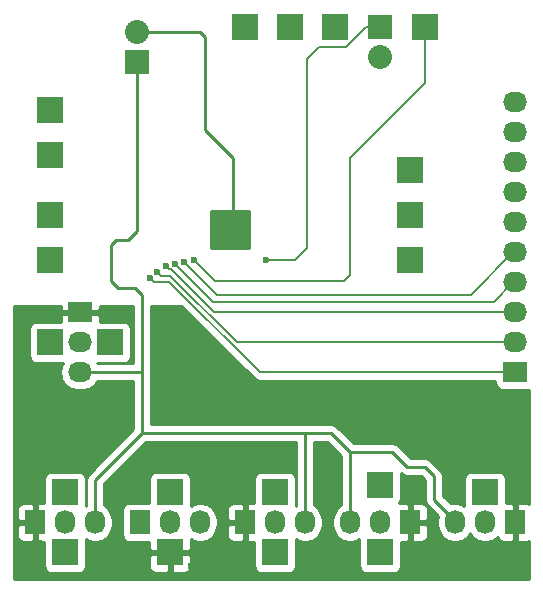
<source format=gbl>
G04 #@! TF.FileFunction,Copper,L2,Bot,Signal*
%FSLAX46Y46*%
G04 Gerber Fmt 4.6, Leading zero omitted, Abs format (unit mm)*
G04 Created by KiCad (PCBNEW 4.0.4+e1-6308~48~ubuntu16.04.1-stable) date Thu Nov  3 23:12:30 2016*
%MOMM*%
%LPD*%
G01*
G04 APERTURE LIST*
%ADD10C,0.100000*%
%ADD11R,2.032000X2.032000*%
%ADD12O,2.032000X2.032000*%
%ADD13R,2.032000X1.727200*%
%ADD14O,2.032000X1.727200*%
%ADD15R,2.235200X2.235200*%
%ADD16R,1.727200X2.032000*%
%ADD17O,1.727200X2.032000*%
%ADD18C,0.600000*%
%ADD19C,0.250000*%
%ADD20C,0.150000*%
%ADD21C,0.254000*%
G04 APERTURE END LIST*
D10*
D11*
X116586000Y-78486000D03*
D12*
X116586000Y-75946000D03*
D11*
X137160000Y-75565000D03*
D12*
X137160000Y-78105000D03*
D13*
X148590000Y-104775000D03*
D14*
X148590000Y-102235000D03*
X148590000Y-99695000D03*
X148590000Y-97155000D03*
X148590000Y-94615000D03*
X148590000Y-92075000D03*
X148590000Y-89535000D03*
X148590000Y-86995000D03*
X148590000Y-84455000D03*
X148590000Y-81915000D03*
D15*
X140970000Y-75565000D03*
X146050000Y-114935000D03*
D16*
X148590000Y-117475000D03*
D17*
X146050000Y-117475000D03*
X143510000Y-117475000D03*
D15*
X119380000Y-120015000D03*
D16*
X116840000Y-117475000D03*
D17*
X119380000Y-117475000D03*
X121920000Y-117475000D03*
D15*
X119380000Y-114935000D03*
X128270000Y-120015000D03*
X109220000Y-102235000D03*
D16*
X125730000Y-117475000D03*
D17*
X128270000Y-117475000D03*
X130810000Y-117475000D03*
D13*
X111760000Y-99695000D03*
D14*
X111760000Y-102235000D03*
X111760000Y-104775000D03*
D15*
X128270000Y-114935000D03*
X114300000Y-102235000D03*
X137160000Y-120015000D03*
X110490000Y-120015000D03*
D16*
X139700000Y-117475000D03*
D17*
X137160000Y-117475000D03*
X134620000Y-117475000D03*
D16*
X107950000Y-117475000D03*
D17*
X110490000Y-117475000D03*
X113030000Y-117475000D03*
D15*
X137160000Y-114300000D03*
X110490000Y-114935000D03*
X109220000Y-95250000D03*
X109220000Y-91440000D03*
X109220000Y-86360000D03*
X109220000Y-82550000D03*
X125730000Y-75565000D03*
X129540000Y-75565000D03*
X133350000Y-75565000D03*
X139700000Y-87630000D03*
X139700000Y-91440000D03*
X139700000Y-95250000D03*
D18*
X121412000Y-107188000D03*
X135890000Y-110236000D03*
X120800000Y-103200000D03*
X121200000Y-121200000D03*
X108400000Y-119200000D03*
X112000000Y-110400000D03*
X144600000Y-110300000D03*
X125342500Y-91847500D03*
X125342500Y-93572500D03*
X123617500Y-93572500D03*
X123617500Y-91847500D03*
X127508000Y-95250000D03*
X117719661Y-96780339D03*
X118250000Y-96250000D03*
X119000000Y-95750000D03*
X119800000Y-95600000D03*
X120600000Y-95400000D03*
X121412000Y-95250000D03*
D19*
X111760000Y-104775000D02*
X117025000Y-104775000D01*
X141732000Y-115544600D02*
X143510000Y-117322600D01*
X143510000Y-117322600D02*
X143510000Y-117475000D01*
X141732000Y-113538000D02*
X141732000Y-115544600D01*
X140970000Y-112776000D02*
X141732000Y-113538000D01*
X139446000Y-112776000D02*
X140970000Y-112776000D01*
X138210000Y-111540000D02*
X139446000Y-112776000D01*
X134620000Y-111540000D02*
X138210000Y-111540000D01*
X117025000Y-109875000D02*
X130775000Y-109875000D01*
X130775000Y-109875000D02*
X130810000Y-109910000D01*
X116586000Y-78486000D02*
X116586000Y-92814000D01*
X116586000Y-92814000D02*
X115800000Y-93600000D01*
X114400000Y-94000000D02*
X114400000Y-97000000D01*
X115800000Y-93600000D02*
X114800000Y-93600000D01*
X116400000Y-97600000D02*
X117025000Y-98225000D01*
X114800000Y-93600000D02*
X114400000Y-94000000D01*
X114400000Y-97000000D02*
X115000000Y-97600000D01*
X115000000Y-97600000D02*
X116400000Y-97600000D01*
X117025000Y-98225000D02*
X117025000Y-104775000D01*
X134620000Y-111540000D02*
X134620000Y-117475000D01*
X130810000Y-109910000D02*
X130810000Y-117475000D01*
X117025000Y-109875000D02*
X113030000Y-113870000D01*
X113030000Y-113870000D02*
X113030000Y-117475000D01*
X117025000Y-104775000D02*
X117025000Y-109875000D01*
X132990000Y-109910000D02*
X134620000Y-111540000D01*
X130810000Y-109910000D02*
X132990000Y-109910000D01*
X107950000Y-117475000D02*
X107950000Y-118750000D01*
X107950000Y-118750000D02*
X108400000Y-119200000D01*
X144600000Y-110300000D02*
X148590000Y-114290000D01*
X148590000Y-114290000D02*
X148590000Y-117475000D01*
X124752073Y-91347927D02*
X125251646Y-91847500D01*
X125251646Y-91847500D02*
X125342500Y-91847500D01*
X124752073Y-86626891D02*
X124752073Y-91347927D01*
X116586000Y-75946000D02*
X121946000Y-75946000D01*
X121946000Y-75946000D02*
X122349721Y-76349721D01*
X122349721Y-76349721D02*
X122349721Y-84224539D01*
X122349721Y-84224539D02*
X124752073Y-86626891D01*
D20*
X127508000Y-95250000D02*
X130000000Y-95250000D01*
X130000000Y-95250000D02*
X130993331Y-94256669D01*
X130993331Y-94256669D02*
X130993331Y-78266035D01*
X130993331Y-78266035D02*
X132013540Y-77245826D01*
X134309376Y-77245826D02*
X135990202Y-75565000D01*
X132013540Y-77245826D02*
X134309376Y-77245826D01*
X135990202Y-75565000D02*
X137160000Y-75565000D01*
X117719661Y-96780339D02*
X118019660Y-97080338D01*
X118019660Y-97080338D02*
X119280338Y-97080338D01*
X119280338Y-97080338D02*
X126975000Y-104775000D01*
X126975000Y-104775000D02*
X148590000Y-104775000D01*
X119400000Y-96600000D02*
X125035000Y-102235000D01*
X125035000Y-102235000D02*
X148590000Y-102235000D01*
X118600000Y-96600000D02*
X119400000Y-96600000D01*
X118250000Y-96250000D02*
X118600000Y-96600000D01*
X119449999Y-96049999D02*
X123095000Y-99695000D01*
X123095000Y-99695000D02*
X148590000Y-99695000D01*
X119000000Y-95750000D02*
X119299999Y-96049999D01*
X119299999Y-96049999D02*
X119449999Y-96049999D01*
X123000000Y-98800000D02*
X146792600Y-98800000D01*
X146792600Y-98800000D02*
X148437600Y-97155000D01*
X148437600Y-97155000D02*
X148590000Y-97155000D01*
X119800000Y-95600000D02*
X123000000Y-98800000D01*
X120600000Y-95400000D02*
X123400000Y-98200000D01*
X123400000Y-98200000D02*
X144852600Y-98200000D01*
X144852600Y-98200000D02*
X148437600Y-94615000D01*
X148437600Y-94615000D02*
X148590000Y-94615000D01*
X121412000Y-95250000D02*
X123154918Y-96992918D01*
X123154918Y-96992918D02*
X134132082Y-96992918D01*
X140970000Y-80280000D02*
X140970000Y-75565000D01*
X134132082Y-96992918D02*
X134600000Y-96525000D01*
X134600000Y-96525000D02*
X134600000Y-86650000D01*
X134600000Y-86650000D02*
X140970000Y-80280000D01*
D21*
X110109000Y-99127000D02*
X106210000Y-99127000D01*
X116265000Y-99127000D02*
X113411000Y-99127000D01*
X120322908Y-99127000D02*
X117785000Y-99127000D01*
X110109000Y-99330200D02*
X106210000Y-99330200D01*
X116265000Y-99330200D02*
X113411000Y-99330200D01*
X120526108Y-99330200D02*
X117785000Y-99330200D01*
X110233150Y-99533400D02*
X106210000Y-99533400D01*
X116265000Y-99533400D02*
X113286850Y-99533400D01*
X120729308Y-99533400D02*
X117785000Y-99533400D01*
X116265000Y-99736600D02*
X106210000Y-99736600D01*
X120932508Y-99736600D02*
X117785000Y-99736600D01*
X110149950Y-99939800D02*
X106210000Y-99939800D01*
X116265000Y-99939800D02*
X113370050Y-99939800D01*
X121135708Y-99939800D02*
X117785000Y-99939800D01*
X110109000Y-100143000D02*
X106210000Y-100143000D01*
X116265000Y-100143000D02*
X113411000Y-100143000D01*
X121338908Y-100143000D02*
X117785000Y-100143000D01*
X110109000Y-100346200D02*
X106210000Y-100346200D01*
X116265000Y-100346200D02*
X113411000Y-100346200D01*
X121542108Y-100346200D02*
X117785000Y-100346200D01*
X107812440Y-100549400D02*
X106210000Y-100549400D01*
X116265000Y-100549400D02*
X115711101Y-100549400D01*
X121745308Y-100549400D02*
X117785000Y-100549400D01*
X107583118Y-100752600D02*
X106210000Y-100752600D01*
X116265000Y-100752600D02*
X115937442Y-100752600D01*
X121948508Y-100752600D02*
X117785000Y-100752600D01*
X107487685Y-100955800D02*
X106210000Y-100955800D01*
X116265000Y-100955800D02*
X116034633Y-100955800D01*
X122151708Y-100955800D02*
X117785000Y-100955800D01*
X107454960Y-101159000D02*
X106210000Y-101159000D01*
X116265000Y-101159000D02*
X116065040Y-101159000D01*
X122354908Y-101159000D02*
X117785000Y-101159000D01*
X107454960Y-101362200D02*
X106210000Y-101362200D01*
X116265000Y-101362200D02*
X116065040Y-101362200D01*
X122558108Y-101362200D02*
X117785000Y-101362200D01*
X107454960Y-101565400D02*
X106210000Y-101565400D01*
X116265000Y-101565400D02*
X116065040Y-101565400D01*
X122761308Y-101565400D02*
X117785000Y-101565400D01*
X107454960Y-101768600D02*
X106210000Y-101768600D01*
X116265000Y-101768600D02*
X116065040Y-101768600D01*
X122964508Y-101768600D02*
X117785000Y-101768600D01*
X107454960Y-101971800D02*
X106210000Y-101971800D01*
X116265000Y-101971800D02*
X116065040Y-101971800D01*
X123167708Y-101971800D02*
X117785000Y-101971800D01*
X107454960Y-102175000D02*
X106210000Y-102175000D01*
X116265000Y-102175000D02*
X116065040Y-102175000D01*
X123370908Y-102175000D02*
X117785000Y-102175000D01*
X107454960Y-102378200D02*
X106210000Y-102378200D01*
X116265000Y-102378200D02*
X116065040Y-102378200D01*
X123574108Y-102378200D02*
X117785000Y-102378200D01*
X107454960Y-102581400D02*
X106210000Y-102581400D01*
X116265000Y-102581400D02*
X116065040Y-102581400D01*
X123777308Y-102581400D02*
X117785000Y-102581400D01*
X107454960Y-102784600D02*
X106210000Y-102784600D01*
X116265000Y-102784600D02*
X116065040Y-102784600D01*
X123980508Y-102784600D02*
X117785000Y-102784600D01*
X107454960Y-102987800D02*
X106210000Y-102987800D01*
X116265000Y-102987800D02*
X116065040Y-102987800D01*
X124183708Y-102987800D02*
X117785000Y-102987800D01*
X107454960Y-103191000D02*
X106210000Y-103191000D01*
X116265000Y-103191000D02*
X116065040Y-103191000D01*
X124386908Y-103191000D02*
X117785000Y-103191000D01*
X107462787Y-103394200D02*
X106210000Y-103394200D01*
X116265000Y-103394200D02*
X116056615Y-103394200D01*
X124590108Y-103394200D02*
X117785000Y-103394200D01*
X107505340Y-103597400D02*
X106210000Y-103597400D01*
X116265000Y-103597400D02*
X116015466Y-103597400D01*
X124793308Y-103597400D02*
X117785000Y-103597400D01*
X107636095Y-103800600D02*
X106210000Y-103800600D01*
X116265000Y-103800600D02*
X115880034Y-103800600D01*
X124996508Y-103800600D02*
X117785000Y-103800600D01*
X110322836Y-104003800D02*
X106210000Y-104003800D01*
X116265000Y-104003800D02*
X113197165Y-104003800D01*
X125199708Y-104003800D02*
X117785000Y-104003800D01*
X110189638Y-104207000D02*
X106210000Y-104207000D01*
X125402908Y-104207000D02*
X117785000Y-104207000D01*
X110149219Y-104410200D02*
X106210000Y-104410200D01*
X125606108Y-104410200D02*
X117785000Y-104410200D01*
X110108800Y-104613400D02*
X106210000Y-104613400D01*
X125809308Y-104613400D02*
X117785000Y-104613400D01*
X110084929Y-104816600D02*
X106210000Y-104816600D01*
X126012508Y-104816600D02*
X117785000Y-104816600D01*
X110125348Y-105019800D02*
X106210000Y-105019800D01*
X126215708Y-105019800D02*
X117785000Y-105019800D01*
X110165767Y-105223000D02*
X106210000Y-105223000D01*
X126418908Y-105223000D02*
X117785000Y-105223000D01*
X110242653Y-105426200D02*
X106210000Y-105426200D01*
X126696180Y-105426200D02*
X117785000Y-105426200D01*
X110378427Y-105629400D02*
X106210000Y-105629400D01*
X116265000Y-105629400D02*
X113141571Y-105629400D01*
X146926560Y-105629400D02*
X117785000Y-105629400D01*
X110514201Y-105832600D02*
X106210000Y-105832600D01*
X116265000Y-105832600D02*
X113005798Y-105832600D01*
X146963063Y-105832600D02*
X117785000Y-105832600D01*
X110816597Y-106035800D02*
X106210000Y-106035800D01*
X116265000Y-106035800D02*
X112703402Y-106035800D01*
X147075006Y-106035800D02*
X117785000Y-106035800D01*
X111401308Y-106239000D02*
X106210000Y-106239000D01*
X116265000Y-106239000D02*
X112118691Y-106239000D01*
X147341709Y-106239000D02*
X117785000Y-106239000D01*
X116265000Y-106442200D02*
X106210000Y-106442200D01*
X149790000Y-106442200D02*
X117785000Y-106442200D01*
X116265000Y-106645400D02*
X106210000Y-106645400D01*
X149790000Y-106645400D02*
X117785000Y-106645400D01*
X116265000Y-106848600D02*
X106210000Y-106848600D01*
X149790000Y-106848600D02*
X117785000Y-106848600D01*
X116265000Y-107051800D02*
X106210000Y-107051800D01*
X149790000Y-107051800D02*
X117785000Y-107051800D01*
X116265000Y-107255000D02*
X106210000Y-107255000D01*
X149790000Y-107255000D02*
X117785000Y-107255000D01*
X116265000Y-107458200D02*
X106210000Y-107458200D01*
X149790000Y-107458200D02*
X117785000Y-107458200D01*
X116265000Y-107661400D02*
X106210000Y-107661400D01*
X149790000Y-107661400D02*
X117785000Y-107661400D01*
X116265000Y-107864600D02*
X106210000Y-107864600D01*
X149790000Y-107864600D02*
X117785000Y-107864600D01*
X116265000Y-108067800D02*
X106210000Y-108067800D01*
X149790000Y-108067800D02*
X117785000Y-108067800D01*
X116265000Y-108271000D02*
X106210000Y-108271000D01*
X149790000Y-108271000D02*
X117785000Y-108271000D01*
X116265000Y-108474200D02*
X106210000Y-108474200D01*
X149790000Y-108474200D02*
X117785000Y-108474200D01*
X116265000Y-108677400D02*
X106210000Y-108677400D01*
X149790000Y-108677400D02*
X117785000Y-108677400D01*
X116265000Y-108880600D02*
X106210000Y-108880600D01*
X149790000Y-108880600D02*
X117785000Y-108880600D01*
X116265000Y-109083800D02*
X106210000Y-109083800D01*
X149790000Y-109083800D02*
X117785000Y-109083800D01*
X116265000Y-109287000D02*
X106210000Y-109287000D01*
X149790000Y-109287000D02*
X133399293Y-109287000D01*
X116265000Y-109490200D02*
X106210000Y-109490200D01*
X149790000Y-109490200D02*
X133645002Y-109490200D01*
X116131798Y-109693400D02*
X106210000Y-109693400D01*
X149790000Y-109693400D02*
X133848202Y-109693400D01*
X115928598Y-109896600D02*
X106210000Y-109896600D01*
X149790000Y-109896600D02*
X134051402Y-109896600D01*
X115725398Y-110099800D02*
X106210000Y-110099800D01*
X149790000Y-110099800D02*
X134254602Y-110099800D01*
X115522198Y-110303000D02*
X106210000Y-110303000D01*
X149790000Y-110303000D02*
X134457802Y-110303000D01*
X115318998Y-110506200D02*
X106210000Y-110506200D01*
X149790000Y-110506200D02*
X134661002Y-110506200D01*
X115115798Y-110709400D02*
X106210000Y-110709400D01*
X130050000Y-110709400D02*
X117265402Y-110709400D01*
X132714598Y-110709400D02*
X131570000Y-110709400D01*
X149790000Y-110709400D02*
X134864202Y-110709400D01*
X114912598Y-110912600D02*
X106210000Y-110912600D01*
X130050000Y-110912600D02*
X117062202Y-110912600D01*
X132917798Y-110912600D02*
X131570000Y-110912600D01*
X149790000Y-110912600D02*
X138612708Y-110912600D01*
X114709398Y-111115800D02*
X106210000Y-111115800D01*
X130050000Y-111115800D02*
X116859002Y-111115800D01*
X133120998Y-111115800D02*
X131570000Y-111115800D01*
X149790000Y-111115800D02*
X138860602Y-111115800D01*
X114506198Y-111319000D02*
X106210000Y-111319000D01*
X130050000Y-111319000D02*
X116655802Y-111319000D01*
X133324198Y-111319000D02*
X131570000Y-111319000D01*
X149790000Y-111319000D02*
X139063802Y-111319000D01*
X114302998Y-111522200D02*
X106210000Y-111522200D01*
X130050000Y-111522200D02*
X116452602Y-111522200D01*
X133527398Y-111522200D02*
X131570000Y-111522200D01*
X149790000Y-111522200D02*
X139267002Y-111522200D01*
X114099798Y-111725400D02*
X106210000Y-111725400D01*
X130050000Y-111725400D02*
X116249402Y-111725400D01*
X133730598Y-111725400D02*
X131570000Y-111725400D01*
X149790000Y-111725400D02*
X139470202Y-111725400D01*
X113896598Y-111928600D02*
X106210000Y-111928600D01*
X130050000Y-111928600D02*
X116046202Y-111928600D01*
X133860000Y-111928600D02*
X131570000Y-111928600D01*
X149790000Y-111928600D02*
X139673402Y-111928600D01*
X113693398Y-112131800D02*
X106210000Y-112131800D01*
X130050000Y-112131800D02*
X115843002Y-112131800D01*
X133860000Y-112131800D02*
X131570000Y-112131800D01*
X149790000Y-112131800D02*
X141347565Y-112131800D01*
X113490198Y-112335000D02*
X106210000Y-112335000D01*
X130050000Y-112335000D02*
X115639802Y-112335000D01*
X133860000Y-112335000D02*
X131570000Y-112335000D01*
X149790000Y-112335000D02*
X141603802Y-112335000D01*
X113286998Y-112538200D02*
X106210000Y-112538200D01*
X130050000Y-112538200D02*
X115436602Y-112538200D01*
X133860000Y-112538200D02*
X131570000Y-112538200D01*
X149790000Y-112538200D02*
X141807002Y-112538200D01*
X113083798Y-112741400D02*
X106210000Y-112741400D01*
X130050000Y-112741400D02*
X115233402Y-112741400D01*
X133860000Y-112741400D02*
X131570000Y-112741400D01*
X149790000Y-112741400D02*
X142010202Y-112741400D01*
X112880598Y-112944600D02*
X106210000Y-112944600D01*
X130050000Y-112944600D02*
X115030202Y-112944600D01*
X133860000Y-112944600D02*
X131570000Y-112944600D01*
X149790000Y-112944600D02*
X142213402Y-112944600D01*
X112677398Y-113147800D02*
X106210000Y-113147800D01*
X130050000Y-113147800D02*
X114827002Y-113147800D01*
X133860000Y-113147800D02*
X131570000Y-113147800D01*
X149790000Y-113147800D02*
X142367758Y-113147800D01*
X108924549Y-113351000D02*
X106210000Y-113351000D01*
X112480304Y-113351000D02*
X112049797Y-113351000D01*
X117814549Y-113351000D02*
X114623802Y-113351000D01*
X126704549Y-113351000D02*
X120939797Y-113351000D01*
X130050000Y-113351000D02*
X129829797Y-113351000D01*
X133860000Y-113351000D02*
X131570000Y-113351000D01*
X138964870Y-113351000D02*
X138925040Y-113351000D01*
X144484549Y-113351000D02*
X142454804Y-113351000D01*
X149790000Y-113351000D02*
X147609797Y-113351000D01*
X108783697Y-113554200D02*
X106210000Y-113554200D01*
X112344531Y-113554200D02*
X112192820Y-113554200D01*
X117673697Y-113554200D02*
X114420602Y-113554200D01*
X126563697Y-113554200D02*
X121082820Y-113554200D01*
X130050000Y-113554200D02*
X129972820Y-113554200D01*
X133860000Y-113554200D02*
X131570000Y-113554200D01*
X140673398Y-113554200D02*
X138925040Y-113554200D01*
X144343697Y-113554200D02*
X142492000Y-113554200D01*
X149790000Y-113554200D02*
X147752820Y-113554200D01*
X108737111Y-113757400D02*
X106210000Y-113757400D01*
X112292398Y-113757400D02*
X112243751Y-113757400D01*
X117627111Y-113757400D02*
X114217402Y-113757400D01*
X126517111Y-113757400D02*
X121133751Y-113757400D01*
X130050000Y-113757400D02*
X130023751Y-113757400D01*
X133860000Y-113757400D02*
X131570000Y-113757400D01*
X140876598Y-113757400D02*
X138925040Y-113757400D01*
X144297111Y-113757400D02*
X142492000Y-113757400D01*
X149790000Y-113757400D02*
X147803751Y-113757400D01*
X108724960Y-113960600D02*
X106210000Y-113960600D01*
X112270000Y-113960600D02*
X112255040Y-113960600D01*
X117614960Y-113960600D02*
X114014202Y-113960600D01*
X126504960Y-113960600D02*
X121145040Y-113960600D01*
X130050000Y-113960600D02*
X130035040Y-113960600D01*
X133860000Y-113960600D02*
X131570000Y-113960600D01*
X140972000Y-113960600D02*
X138925040Y-113960600D01*
X144284960Y-113960600D02*
X142492000Y-113960600D01*
X149790000Y-113960600D02*
X147815040Y-113960600D01*
X108724960Y-114163800D02*
X106210000Y-114163800D01*
X112270000Y-114163800D02*
X112255040Y-114163800D01*
X117614960Y-114163800D02*
X113811002Y-114163800D01*
X126504960Y-114163800D02*
X121145040Y-114163800D01*
X130050000Y-114163800D02*
X130035040Y-114163800D01*
X133860000Y-114163800D02*
X131570000Y-114163800D01*
X140972000Y-114163800D02*
X138925040Y-114163800D01*
X144284960Y-114163800D02*
X142492000Y-114163800D01*
X149790000Y-114163800D02*
X147815040Y-114163800D01*
X108724960Y-114367000D02*
X106210000Y-114367000D01*
X112270000Y-114367000D02*
X112255040Y-114367000D01*
X117614960Y-114367000D02*
X113790000Y-114367000D01*
X126504960Y-114367000D02*
X121145040Y-114367000D01*
X130050000Y-114367000D02*
X130035040Y-114367000D01*
X133860000Y-114367000D02*
X131570000Y-114367000D01*
X140972000Y-114367000D02*
X138925040Y-114367000D01*
X144284960Y-114367000D02*
X142492000Y-114367000D01*
X149790000Y-114367000D02*
X147815040Y-114367000D01*
X108724960Y-114570200D02*
X106210000Y-114570200D01*
X112270000Y-114570200D02*
X112255040Y-114570200D01*
X117614960Y-114570200D02*
X113790000Y-114570200D01*
X126504960Y-114570200D02*
X121145040Y-114570200D01*
X130050000Y-114570200D02*
X130035040Y-114570200D01*
X133860000Y-114570200D02*
X131570000Y-114570200D01*
X140972000Y-114570200D02*
X138925040Y-114570200D01*
X144284960Y-114570200D02*
X142492000Y-114570200D01*
X149790000Y-114570200D02*
X147815040Y-114570200D01*
X108724960Y-114773400D02*
X106210000Y-114773400D01*
X112270000Y-114773400D02*
X112255040Y-114773400D01*
X117614960Y-114773400D02*
X113790000Y-114773400D01*
X126504960Y-114773400D02*
X121145040Y-114773400D01*
X130050000Y-114773400D02*
X130035040Y-114773400D01*
X133860000Y-114773400D02*
X131570000Y-114773400D01*
X140972000Y-114773400D02*
X138925040Y-114773400D01*
X144284960Y-114773400D02*
X142492000Y-114773400D01*
X149790000Y-114773400D02*
X147815040Y-114773400D01*
X108724960Y-114976600D02*
X106210000Y-114976600D01*
X112270000Y-114976600D02*
X112255040Y-114976600D01*
X117614960Y-114976600D02*
X113790000Y-114976600D01*
X126504960Y-114976600D02*
X121145040Y-114976600D01*
X130050000Y-114976600D02*
X130035040Y-114976600D01*
X133860000Y-114976600D02*
X131570000Y-114976600D01*
X140972000Y-114976600D02*
X138925040Y-114976600D01*
X144284960Y-114976600D02*
X142492000Y-114976600D01*
X149790000Y-114976600D02*
X147815040Y-114976600D01*
X108724960Y-115179800D02*
X106210000Y-115179800D01*
X112270000Y-115179800D02*
X112255040Y-115179800D01*
X117614960Y-115179800D02*
X113790000Y-115179800D01*
X126504960Y-115179800D02*
X121145040Y-115179800D01*
X130050000Y-115179800D02*
X130035040Y-115179800D01*
X133860000Y-115179800D02*
X131570000Y-115179800D01*
X140972000Y-115179800D02*
X138925040Y-115179800D01*
X144284960Y-115179800D02*
X142492000Y-115179800D01*
X149790000Y-115179800D02*
X147815040Y-115179800D01*
X108724960Y-115383000D02*
X106210000Y-115383000D01*
X112270000Y-115383000D02*
X112255040Y-115383000D01*
X117614960Y-115383000D02*
X113790000Y-115383000D01*
X126504960Y-115383000D02*
X121145040Y-115383000D01*
X130050000Y-115383000D02*
X130035040Y-115383000D01*
X133860000Y-115383000D02*
X131570000Y-115383000D01*
X140972000Y-115383000D02*
X138925040Y-115383000D01*
X144284960Y-115383000D02*
X142645202Y-115383000D01*
X149790000Y-115383000D02*
X147815040Y-115383000D01*
X108724960Y-115586200D02*
X106210000Y-115586200D01*
X112270000Y-115586200D02*
X112255040Y-115586200D01*
X117614960Y-115586200D02*
X113790000Y-115586200D01*
X126504960Y-115586200D02*
X121145040Y-115586200D01*
X130050000Y-115586200D02*
X130035040Y-115586200D01*
X133860000Y-115586200D02*
X131570000Y-115586200D01*
X140980274Y-115586200D02*
X138890897Y-115586200D01*
X144284960Y-115586200D02*
X142848402Y-115586200D01*
X149790000Y-115586200D02*
X147815040Y-115586200D01*
X108724960Y-115789400D02*
X106210000Y-115789400D01*
X112270000Y-115789400D02*
X112255040Y-115789400D01*
X117614960Y-115789400D02*
X113790000Y-115789400D01*
X126504960Y-115789400D02*
X121145040Y-115789400D01*
X130050000Y-115789400D02*
X130035040Y-115789400D01*
X133860000Y-115789400D02*
X131570000Y-115789400D01*
X141020694Y-115789400D02*
X138792100Y-115789400D01*
X144284960Y-115789400D02*
X143051602Y-115789400D01*
X149790000Y-115789400D02*
X147815040Y-115789400D01*
X106654775Y-115992600D02*
X106210000Y-115992600D01*
X108077000Y-115992600D02*
X107823000Y-115992600D01*
X112270000Y-115992600D02*
X112255040Y-115992600D01*
X115528549Y-115992600D02*
X113790000Y-115992600D01*
X121216500Y-115992600D02*
X121145040Y-115992600D01*
X124434775Y-115992600D02*
X122623501Y-115992600D01*
X125857000Y-115992600D02*
X125603000Y-115992600D01*
X130050000Y-115992600D02*
X130035040Y-115992600D01*
X133860000Y-115992600D02*
X131570000Y-115992600D01*
X139827000Y-115992600D02*
X139573000Y-115992600D01*
X141134863Y-115992600D02*
X140995226Y-115992600D01*
X144284960Y-115992600D02*
X144213501Y-115992600D01*
X148717000Y-115992600D02*
X148463000Y-115992600D01*
X106508103Y-116195800D02*
X106210000Y-116195800D01*
X108077000Y-116195800D02*
X107823000Y-116195800D01*
X115387697Y-116195800D02*
X114037611Y-116195800D01*
X124288103Y-116195800D02*
X122927611Y-116195800D01*
X125857000Y-116195800D02*
X125603000Y-116195800D01*
X133612390Y-116195800D02*
X131817611Y-116195800D01*
X139827000Y-116195800D02*
X139573000Y-116195800D01*
X141308398Y-116195800D02*
X141141898Y-116195800D01*
X148717000Y-116195800D02*
X148463000Y-116195800D01*
X106451400Y-116399000D02*
X106210000Y-116399000D01*
X108077000Y-116399000D02*
X107823000Y-116399000D01*
X115341111Y-116399000D02*
X114202203Y-116399000D01*
X124231400Y-116399000D02*
X123092203Y-116399000D01*
X125857000Y-116399000D02*
X125603000Y-116399000D01*
X133447799Y-116399000D02*
X131982202Y-116399000D01*
X139827000Y-116399000D02*
X139573000Y-116399000D01*
X141511598Y-116399000D02*
X141198600Y-116399000D01*
X148717000Y-116399000D02*
X148463000Y-116399000D01*
X106451400Y-116602200D02*
X106210000Y-116602200D01*
X108077000Y-116602200D02*
X107823000Y-116602200D01*
X115328960Y-116602200D02*
X114337976Y-116602200D01*
X124231400Y-116602200D02*
X123227976Y-116602200D01*
X125857000Y-116602200D02*
X125603000Y-116602200D01*
X133312025Y-116602200D02*
X132117976Y-116602200D01*
X139827000Y-116602200D02*
X139573000Y-116602200D01*
X141714798Y-116602200D02*
X141198600Y-116602200D01*
X148717000Y-116602200D02*
X148463000Y-116602200D01*
X106451400Y-116805400D02*
X106210000Y-116805400D01*
X108077000Y-116805400D02*
X107823000Y-116805400D01*
X115328960Y-116805400D02*
X114432157Y-116805400D01*
X124231400Y-116805400D02*
X123322157Y-116805400D01*
X125857000Y-116805400D02*
X125603000Y-116805400D01*
X133217844Y-116805400D02*
X132212157Y-116805400D01*
X139827000Y-116805400D02*
X139573000Y-116805400D01*
X141917998Y-116805400D02*
X141198600Y-116805400D01*
X148717000Y-116805400D02*
X148463000Y-116805400D01*
X106451400Y-117008600D02*
X106210000Y-117008600D01*
X108077000Y-117008600D02*
X107823000Y-117008600D01*
X115328960Y-117008600D02*
X114472576Y-117008600D01*
X124231400Y-117008600D02*
X123362576Y-117008600D01*
X125857000Y-117008600D02*
X125603000Y-117008600D01*
X133177425Y-117008600D02*
X132252576Y-117008600D01*
X139827000Y-117008600D02*
X139573000Y-117008600D01*
X142067425Y-117008600D02*
X141198600Y-117008600D01*
X148717000Y-117008600D02*
X148463000Y-117008600D01*
X106473950Y-117211800D02*
X106210000Y-117211800D01*
X108077000Y-117211800D02*
X107823000Y-117211800D01*
X115328960Y-117211800D02*
X114512995Y-117211800D01*
X124253950Y-117211800D02*
X123402995Y-117211800D01*
X125857000Y-117211800D02*
X125603000Y-117211800D01*
X133137006Y-117211800D02*
X132292995Y-117211800D01*
X139827000Y-117211800D02*
X139573000Y-117211800D01*
X142027006Y-117211800D02*
X141176050Y-117211800D01*
X148717000Y-117211800D02*
X148463000Y-117211800D01*
X108097000Y-117415000D02*
X106210000Y-117415000D01*
X115328960Y-117415000D02*
X114528600Y-117415000D01*
X125877000Y-117415000D02*
X123418600Y-117415000D01*
X133121400Y-117415000D02*
X132308600Y-117415000D01*
X142011400Y-117415000D02*
X139553000Y-117415000D01*
X148737000Y-117415000D02*
X148443000Y-117415000D01*
X106593950Y-117618200D02*
X106210000Y-117618200D01*
X108077000Y-117618200D02*
X107823000Y-117618200D01*
X115328960Y-117618200D02*
X114528600Y-117618200D01*
X124373950Y-117618200D02*
X123418600Y-117618200D01*
X125857000Y-117618200D02*
X125603000Y-117618200D01*
X133121400Y-117618200D02*
X132308600Y-117618200D01*
X139827000Y-117618200D02*
X139573000Y-117618200D01*
X142011400Y-117618200D02*
X141056050Y-117618200D01*
X148717000Y-117618200D02*
X148463000Y-117618200D01*
X106451400Y-117821400D02*
X106210000Y-117821400D01*
X108077000Y-117821400D02*
X107823000Y-117821400D01*
X115328960Y-117821400D02*
X114496444Y-117821400D01*
X124231400Y-117821400D02*
X123386444Y-117821400D01*
X125857000Y-117821400D02*
X125603000Y-117821400D01*
X133153555Y-117821400D02*
X132276444Y-117821400D01*
X139827000Y-117821400D02*
X139573000Y-117821400D01*
X142043555Y-117821400D02*
X141198600Y-117821400D01*
X148717000Y-117821400D02*
X148463000Y-117821400D01*
X106451400Y-118024600D02*
X106210000Y-118024600D01*
X108077000Y-118024600D02*
X107823000Y-118024600D01*
X115328960Y-118024600D02*
X114456025Y-118024600D01*
X124231400Y-118024600D02*
X123346025Y-118024600D01*
X125857000Y-118024600D02*
X125603000Y-118024600D01*
X133193974Y-118024600D02*
X132236025Y-118024600D01*
X139827000Y-118024600D02*
X139573000Y-118024600D01*
X142083974Y-118024600D02*
X141198600Y-118024600D01*
X148717000Y-118024600D02*
X148463000Y-118024600D01*
X106451400Y-118227800D02*
X106210000Y-118227800D01*
X108077000Y-118227800D02*
X107823000Y-118227800D01*
X115328960Y-118227800D02*
X114415606Y-118227800D01*
X124231400Y-118227800D02*
X123305606Y-118227800D01*
X125857000Y-118227800D02*
X125603000Y-118227800D01*
X133234393Y-118227800D02*
X132195606Y-118227800D01*
X139827000Y-118227800D02*
X139573000Y-118227800D01*
X142124393Y-118227800D02*
X141198600Y-118227800D01*
X148717000Y-118227800D02*
X148463000Y-118227800D01*
X106451400Y-118431000D02*
X106210000Y-118431000D01*
X108077000Y-118431000D02*
X107823000Y-118431000D01*
X115328960Y-118431000D02*
X114282382Y-118431000D01*
X124231400Y-118431000D02*
X123172382Y-118431000D01*
X125857000Y-118431000D02*
X125603000Y-118431000D01*
X133367617Y-118431000D02*
X132062382Y-118431000D01*
X139827000Y-118431000D02*
X139573000Y-118431000D01*
X142257617Y-118431000D02*
X141198600Y-118431000D01*
X144797617Y-118431000D02*
X144762382Y-118431000D01*
X148717000Y-118431000D02*
X148463000Y-118431000D01*
X106458396Y-118634200D02*
X106210000Y-118634200D01*
X108077000Y-118634200D02*
X107823000Y-118634200D01*
X115355904Y-118634200D02*
X114146608Y-118634200D01*
X124238396Y-118634200D02*
X123036608Y-118634200D01*
X125857000Y-118634200D02*
X125603000Y-118634200D01*
X133503391Y-118634200D02*
X131926608Y-118634200D01*
X139827000Y-118634200D02*
X139573000Y-118634200D01*
X142393391Y-118634200D02*
X141191603Y-118634200D01*
X144933391Y-118634200D02*
X144626608Y-118634200D01*
X148717000Y-118634200D02*
X148463000Y-118634200D01*
X106542564Y-118837400D02*
X106210000Y-118837400D01*
X108077000Y-118837400D02*
X107823000Y-118837400D01*
X115444717Y-118837400D02*
X113913093Y-118837400D01*
X124322564Y-118837400D02*
X122803093Y-118837400D01*
X125857000Y-118837400D02*
X125603000Y-118837400D01*
X133736906Y-118837400D02*
X131693093Y-118837400D01*
X139827000Y-118837400D02*
X139573000Y-118837400D01*
X142626906Y-118837400D02*
X141107435Y-118837400D01*
X145166906Y-118837400D02*
X144393093Y-118837400D01*
X147182564Y-118837400D02*
X146933093Y-118837400D01*
X148717000Y-118837400D02*
X148463000Y-118837400D01*
X106753916Y-119040600D02*
X106210000Y-119040600D01*
X108150350Y-119040600D02*
X107749650Y-119040600D01*
X112451016Y-119040600D02*
X112255040Y-119040600D01*
X115655970Y-119040600D02*
X113608983Y-119040600D01*
X121341016Y-119040600D02*
X121132600Y-119040600D01*
X124533916Y-119040600D02*
X122498983Y-119040600D01*
X125930350Y-119040600D02*
X125529650Y-119040600D01*
X130231016Y-119040600D02*
X130035040Y-119040600D01*
X134041016Y-119040600D02*
X131388983Y-119040600D01*
X135394960Y-119040600D02*
X135198983Y-119040600D01*
X139900350Y-119040600D02*
X139499650Y-119040600D01*
X142931016Y-119040600D02*
X140896083Y-119040600D01*
X145471016Y-119040600D02*
X144088983Y-119040600D01*
X147393916Y-119040600D02*
X146628983Y-119040600D01*
X148790350Y-119040600D02*
X148389650Y-119040600D01*
X149790000Y-119040600D02*
X149786084Y-119040600D01*
X108724960Y-119243800D02*
X106210000Y-119243800D01*
X117627400Y-119243800D02*
X112255040Y-119243800D01*
X126504960Y-119243800D02*
X121132600Y-119243800D01*
X135394960Y-119243800D02*
X130035040Y-119243800D01*
X149790000Y-119243800D02*
X138925040Y-119243800D01*
X108724960Y-119447000D02*
X106210000Y-119447000D01*
X117627400Y-119447000D02*
X112255040Y-119447000D01*
X126504960Y-119447000D02*
X121132600Y-119447000D01*
X135394960Y-119447000D02*
X130035040Y-119447000D01*
X149790000Y-119447000D02*
X138925040Y-119447000D01*
X108724960Y-119650200D02*
X106210000Y-119650200D01*
X117627400Y-119650200D02*
X112255040Y-119650200D01*
X126504960Y-119650200D02*
X121132600Y-119650200D01*
X135394960Y-119650200D02*
X130035040Y-119650200D01*
X149790000Y-119650200D02*
X138925040Y-119650200D01*
X108724960Y-119853400D02*
X106210000Y-119853400D01*
X117751550Y-119853400D02*
X112255040Y-119853400D01*
X126504960Y-119853400D02*
X121008450Y-119853400D01*
X135394960Y-119853400D02*
X130035040Y-119853400D01*
X149790000Y-119853400D02*
X138925040Y-119853400D01*
X108724960Y-120056600D02*
X106210000Y-120056600D01*
X126504960Y-120056600D02*
X112255040Y-120056600D01*
X135394960Y-120056600D02*
X130035040Y-120056600D01*
X149790000Y-120056600D02*
X138925040Y-120056600D01*
X108724960Y-120259800D02*
X106210000Y-120259800D01*
X117668350Y-120259800D02*
X112255040Y-120259800D01*
X119507000Y-120259800D02*
X119253000Y-120259800D01*
X126504960Y-120259800D02*
X121091650Y-120259800D01*
X135394960Y-120259800D02*
X130035040Y-120259800D01*
X149790000Y-120259800D02*
X138925040Y-120259800D01*
X108724960Y-120463000D02*
X106210000Y-120463000D01*
X117627400Y-120463000D02*
X112255040Y-120463000D01*
X119507000Y-120463000D02*
X119253000Y-120463000D01*
X126504960Y-120463000D02*
X121132600Y-120463000D01*
X135394960Y-120463000D02*
X130035040Y-120463000D01*
X149790000Y-120463000D02*
X138925040Y-120463000D01*
X108724960Y-120666200D02*
X106210000Y-120666200D01*
X117627400Y-120666200D02*
X112255040Y-120666200D01*
X119507000Y-120666200D02*
X119253000Y-120666200D01*
X126504960Y-120666200D02*
X121132600Y-120666200D01*
X135394960Y-120666200D02*
X130035040Y-120666200D01*
X149790000Y-120666200D02*
X138925040Y-120666200D01*
X108724960Y-120869400D02*
X106210000Y-120869400D01*
X117627400Y-120869400D02*
X112255040Y-120869400D01*
X119507000Y-120869400D02*
X119253000Y-120869400D01*
X126504960Y-120869400D02*
X121132600Y-120869400D01*
X135394960Y-120869400D02*
X130035040Y-120869400D01*
X149790000Y-120869400D02*
X138925040Y-120869400D01*
X108724960Y-121072600D02*
X106210000Y-121072600D01*
X117627400Y-121072600D02*
X112255040Y-121072600D01*
X119507000Y-121072600D02*
X119253000Y-121072600D01*
X126504960Y-121072600D02*
X121132600Y-121072600D01*
X135394960Y-121072600D02*
X130035040Y-121072600D01*
X149790000Y-121072600D02*
X138925040Y-121072600D01*
X108751904Y-121275800D02*
X106210000Y-121275800D01*
X117634396Y-121275800D02*
X112226041Y-121275800D01*
X119507000Y-121275800D02*
X119253000Y-121275800D01*
X126531904Y-121275800D02*
X121125603Y-121275800D01*
X135421904Y-121275800D02*
X130006041Y-121275800D01*
X149790000Y-121275800D02*
X138896041Y-121275800D01*
X108840717Y-121479000D02*
X106210000Y-121479000D01*
X117718564Y-121479000D02*
X112139455Y-121479000D01*
X119507000Y-121479000D02*
X119253000Y-121479000D01*
X126620717Y-121479000D02*
X121041435Y-121479000D01*
X135510717Y-121479000D02*
X129919455Y-121479000D01*
X149790000Y-121479000D02*
X138809455Y-121479000D01*
X109051970Y-121682200D02*
X106210000Y-121682200D01*
X117929917Y-121682200D02*
X111926154Y-121682200D01*
X119580350Y-121682200D02*
X119179650Y-121682200D01*
X126831970Y-121682200D02*
X120830082Y-121682200D01*
X135721970Y-121682200D02*
X129706154Y-121682200D01*
X149790000Y-121682200D02*
X138596154Y-121682200D01*
X149790000Y-121885400D02*
X106210000Y-121885400D01*
X149790000Y-122088600D02*
X106210000Y-122088600D01*
X110109000Y-99409250D02*
X110267750Y-99568000D01*
X111633000Y-99568000D01*
X111633000Y-99548000D01*
X111887000Y-99548000D01*
X111887000Y-99568000D01*
X113252250Y-99568000D01*
X113411000Y-99409250D01*
X113411000Y-99127000D01*
X116265000Y-99127000D01*
X116265000Y-104015000D01*
X113204648Y-104015000D01*
X113194652Y-104000040D01*
X115417600Y-104000040D01*
X115652917Y-103955762D01*
X115869041Y-103816690D01*
X116014031Y-103604490D01*
X116065040Y-103352600D01*
X116065040Y-101117400D01*
X116020762Y-100882083D01*
X115881690Y-100665959D01*
X115669490Y-100520969D01*
X115417600Y-100469960D01*
X113411000Y-100469960D01*
X113411000Y-99980750D01*
X113252250Y-99822000D01*
X111887000Y-99822000D01*
X111887000Y-99842000D01*
X111633000Y-99842000D01*
X111633000Y-99822000D01*
X110267750Y-99822000D01*
X110109000Y-99980750D01*
X110109000Y-100469960D01*
X108102400Y-100469960D01*
X107867083Y-100514238D01*
X107650959Y-100653310D01*
X107505969Y-100865510D01*
X107454960Y-101117400D01*
X107454960Y-103352600D01*
X107499238Y-103587917D01*
X107638310Y-103804041D01*
X107850510Y-103949031D01*
X108102400Y-104000040D01*
X110325348Y-104000040D01*
X110190729Y-104201511D01*
X110076655Y-104775000D01*
X110190729Y-105348489D01*
X110515585Y-105834670D01*
X111001766Y-106159526D01*
X111575255Y-106273600D01*
X111944745Y-106273600D01*
X112518234Y-106159526D01*
X113004415Y-105834670D01*
X113204648Y-105535000D01*
X116265000Y-105535000D01*
X116265000Y-109560198D01*
X112492599Y-113332599D01*
X112327852Y-113579161D01*
X112270000Y-113870000D01*
X112270000Y-116030352D01*
X112255040Y-116040348D01*
X112255040Y-113817400D01*
X112210762Y-113582083D01*
X112071690Y-113365959D01*
X111859490Y-113220969D01*
X111607600Y-113169960D01*
X109372400Y-113169960D01*
X109137083Y-113214238D01*
X108920959Y-113353310D01*
X108775969Y-113565510D01*
X108724960Y-113817400D01*
X108724960Y-115824000D01*
X108235750Y-115824000D01*
X108077000Y-115982750D01*
X108077000Y-117348000D01*
X108097000Y-117348000D01*
X108097000Y-117602000D01*
X108077000Y-117602000D01*
X108077000Y-118967250D01*
X108235750Y-119126000D01*
X108724960Y-119126000D01*
X108724960Y-121132600D01*
X108769238Y-121367917D01*
X108908310Y-121584041D01*
X109120510Y-121729031D01*
X109372400Y-121780040D01*
X111607600Y-121780040D01*
X111842917Y-121735762D01*
X112059041Y-121596690D01*
X112204031Y-121384490D01*
X112255040Y-121132600D01*
X112255040Y-120300750D01*
X117627400Y-120300750D01*
X117627400Y-121258910D01*
X117724073Y-121492299D01*
X117902702Y-121670927D01*
X118136091Y-121767600D01*
X119094250Y-121767600D01*
X119253000Y-121608850D01*
X119253000Y-120142000D01*
X119507000Y-120142000D01*
X119507000Y-121608850D01*
X119665750Y-121767600D01*
X120623909Y-121767600D01*
X120857298Y-121670927D01*
X121035927Y-121492299D01*
X121132600Y-121258910D01*
X121132600Y-120300750D01*
X120973850Y-120142000D01*
X119507000Y-120142000D01*
X119253000Y-120142000D01*
X117786150Y-120142000D01*
X117627400Y-120300750D01*
X112255040Y-120300750D01*
X112255040Y-118909652D01*
X112456511Y-119044271D01*
X113030000Y-119158345D01*
X113603489Y-119044271D01*
X114089670Y-118719415D01*
X114414526Y-118233234D01*
X114528600Y-117659745D01*
X114528600Y-117290255D01*
X114414526Y-116716766D01*
X114242293Y-116459000D01*
X115328960Y-116459000D01*
X115328960Y-118491000D01*
X115373238Y-118726317D01*
X115512310Y-118942441D01*
X115724510Y-119087431D01*
X115976400Y-119138440D01*
X117627400Y-119138440D01*
X117627400Y-119729250D01*
X117786150Y-119888000D01*
X119253000Y-119888000D01*
X119253000Y-119868000D01*
X119507000Y-119868000D01*
X119507000Y-119888000D01*
X120973850Y-119888000D01*
X121132600Y-119729250D01*
X121132600Y-118901340D01*
X121346511Y-119044271D01*
X121920000Y-119158345D01*
X122493489Y-119044271D01*
X122979670Y-118719415D01*
X123304526Y-118233234D01*
X123398508Y-117760750D01*
X124231400Y-117760750D01*
X124231400Y-118617309D01*
X124328073Y-118850698D01*
X124506701Y-119029327D01*
X124740090Y-119126000D01*
X125444250Y-119126000D01*
X125603000Y-118967250D01*
X125603000Y-117602000D01*
X124390150Y-117602000D01*
X124231400Y-117760750D01*
X123398508Y-117760750D01*
X123418600Y-117659745D01*
X123418600Y-117290255D01*
X123304526Y-116716766D01*
X123047896Y-116332691D01*
X124231400Y-116332691D01*
X124231400Y-117189250D01*
X124390150Y-117348000D01*
X125603000Y-117348000D01*
X125603000Y-115982750D01*
X125444250Y-115824000D01*
X124740090Y-115824000D01*
X124506701Y-115920673D01*
X124328073Y-116099302D01*
X124231400Y-116332691D01*
X123047896Y-116332691D01*
X122979670Y-116230585D01*
X122493489Y-115905729D01*
X121920000Y-115791655D01*
X121346511Y-115905729D01*
X121145040Y-116040348D01*
X121145040Y-113817400D01*
X121100762Y-113582083D01*
X120961690Y-113365959D01*
X120749490Y-113220969D01*
X120497600Y-113169960D01*
X118262400Y-113169960D01*
X118027083Y-113214238D01*
X117810959Y-113353310D01*
X117665969Y-113565510D01*
X117614960Y-113817400D01*
X117614960Y-115811560D01*
X115976400Y-115811560D01*
X115741083Y-115855838D01*
X115524959Y-115994910D01*
X115379969Y-116207110D01*
X115328960Y-116459000D01*
X114242293Y-116459000D01*
X114089670Y-116230585D01*
X113790000Y-116030352D01*
X113790000Y-114184802D01*
X117339802Y-110635000D01*
X130050000Y-110635000D01*
X130050000Y-116030352D01*
X130035040Y-116040348D01*
X130035040Y-113817400D01*
X129990762Y-113582083D01*
X129851690Y-113365959D01*
X129639490Y-113220969D01*
X129387600Y-113169960D01*
X127152400Y-113169960D01*
X126917083Y-113214238D01*
X126700959Y-113353310D01*
X126555969Y-113565510D01*
X126504960Y-113817400D01*
X126504960Y-115824000D01*
X126015750Y-115824000D01*
X125857000Y-115982750D01*
X125857000Y-117348000D01*
X125877000Y-117348000D01*
X125877000Y-117602000D01*
X125857000Y-117602000D01*
X125857000Y-118967250D01*
X126015750Y-119126000D01*
X126504960Y-119126000D01*
X126504960Y-121132600D01*
X126549238Y-121367917D01*
X126688310Y-121584041D01*
X126900510Y-121729031D01*
X127152400Y-121780040D01*
X129387600Y-121780040D01*
X129622917Y-121735762D01*
X129839041Y-121596690D01*
X129984031Y-121384490D01*
X130035040Y-121132600D01*
X130035040Y-118909652D01*
X130236511Y-119044271D01*
X130810000Y-119158345D01*
X131383489Y-119044271D01*
X131869670Y-118719415D01*
X132194526Y-118233234D01*
X132308600Y-117659745D01*
X132308600Y-117290255D01*
X132194526Y-116716766D01*
X131869670Y-116230585D01*
X131570000Y-116030352D01*
X131570000Y-110670000D01*
X132675198Y-110670000D01*
X133860000Y-111854802D01*
X133860000Y-116030352D01*
X133560330Y-116230585D01*
X133235474Y-116716766D01*
X133121400Y-117290255D01*
X133121400Y-117659745D01*
X133235474Y-118233234D01*
X133560330Y-118719415D01*
X134046511Y-119044271D01*
X134620000Y-119158345D01*
X135193489Y-119044271D01*
X135394960Y-118909652D01*
X135394960Y-121132600D01*
X135439238Y-121367917D01*
X135578310Y-121584041D01*
X135790510Y-121729031D01*
X136042400Y-121780040D01*
X138277600Y-121780040D01*
X138512917Y-121735762D01*
X138729041Y-121596690D01*
X138874031Y-121384490D01*
X138925040Y-121132600D01*
X138925040Y-119126000D01*
X139414250Y-119126000D01*
X139573000Y-118967250D01*
X139573000Y-117602000D01*
X139827000Y-117602000D01*
X139827000Y-118967250D01*
X139985750Y-119126000D01*
X140689910Y-119126000D01*
X140923299Y-119029327D01*
X141101927Y-118850698D01*
X141198600Y-118617309D01*
X141198600Y-117760750D01*
X141039850Y-117602000D01*
X139827000Y-117602000D01*
X139573000Y-117602000D01*
X139553000Y-117602000D01*
X139553000Y-117348000D01*
X139573000Y-117348000D01*
X139573000Y-115982750D01*
X139827000Y-115982750D01*
X139827000Y-117348000D01*
X141039850Y-117348000D01*
X141198600Y-117189250D01*
X141198600Y-116332691D01*
X141101927Y-116099302D01*
X140923299Y-115920673D01*
X140689910Y-115824000D01*
X139985750Y-115824000D01*
X139827000Y-115982750D01*
X139573000Y-115982750D01*
X139414250Y-115824000D01*
X138768459Y-115824000D01*
X138874031Y-115669490D01*
X138925040Y-115417600D01*
X138925040Y-113324386D01*
X139155161Y-113478148D01*
X139446000Y-113536000D01*
X140655198Y-113536000D01*
X140972000Y-113852802D01*
X140972000Y-115544600D01*
X141029852Y-115835439D01*
X141194599Y-116082001D01*
X142076346Y-116963748D01*
X142011400Y-117290255D01*
X142011400Y-117659745D01*
X142125474Y-118233234D01*
X142450330Y-118719415D01*
X142936511Y-119044271D01*
X143510000Y-119158345D01*
X144083489Y-119044271D01*
X144569670Y-118719415D01*
X144780000Y-118404634D01*
X144990330Y-118719415D01*
X145476511Y-119044271D01*
X146050000Y-119158345D01*
X146623489Y-119044271D01*
X147109670Y-118719415D01*
X147124500Y-118697220D01*
X147188073Y-118850698D01*
X147366701Y-119029327D01*
X147600090Y-119126000D01*
X148304250Y-119126000D01*
X148463000Y-118967250D01*
X148463000Y-117602000D01*
X148443000Y-117602000D01*
X148443000Y-117348000D01*
X148463000Y-117348000D01*
X148463000Y-115982750D01*
X148304250Y-115824000D01*
X147815040Y-115824000D01*
X147815040Y-113817400D01*
X147770762Y-113582083D01*
X147631690Y-113365959D01*
X147419490Y-113220969D01*
X147167600Y-113169960D01*
X144932400Y-113169960D01*
X144697083Y-113214238D01*
X144480959Y-113353310D01*
X144335969Y-113565510D01*
X144284960Y-113817400D01*
X144284960Y-116040348D01*
X144083489Y-115905729D01*
X143510000Y-115791655D01*
X143129536Y-115867334D01*
X142492000Y-115229798D01*
X142492000Y-113538000D01*
X142434148Y-113247161D01*
X142269401Y-113000599D01*
X141507401Y-112238599D01*
X141260839Y-112073852D01*
X140970000Y-112016000D01*
X139760802Y-112016000D01*
X138747401Y-111002599D01*
X138500839Y-110837852D01*
X138210000Y-110780000D01*
X134934802Y-110780000D01*
X133527401Y-109372599D01*
X133280839Y-109207852D01*
X132990000Y-109150000D01*
X130950955Y-109150000D01*
X130775000Y-109115000D01*
X117785000Y-109115000D01*
X117785000Y-99127000D01*
X120322908Y-99127000D01*
X126472954Y-105277046D01*
X126703295Y-105430954D01*
X126975000Y-105485000D01*
X146926560Y-105485000D01*
X146926560Y-105638600D01*
X146970838Y-105873917D01*
X147109910Y-106090041D01*
X147322110Y-106235031D01*
X147574000Y-106286040D01*
X149606000Y-106286040D01*
X149790000Y-106251418D01*
X149790000Y-115911022D01*
X149579910Y-115824000D01*
X148875750Y-115824000D01*
X148717000Y-115982750D01*
X148717000Y-117348000D01*
X148737000Y-117348000D01*
X148737000Y-117602000D01*
X148717000Y-117602000D01*
X148717000Y-118967250D01*
X148875750Y-119126000D01*
X149579910Y-119126000D01*
X149790000Y-119038978D01*
X149790000Y-122290000D01*
X106210000Y-122290000D01*
X106210000Y-117760750D01*
X106451400Y-117760750D01*
X106451400Y-118617309D01*
X106548073Y-118850698D01*
X106726701Y-119029327D01*
X106960090Y-119126000D01*
X107664250Y-119126000D01*
X107823000Y-118967250D01*
X107823000Y-117602000D01*
X106610150Y-117602000D01*
X106451400Y-117760750D01*
X106210000Y-117760750D01*
X106210000Y-116332691D01*
X106451400Y-116332691D01*
X106451400Y-117189250D01*
X106610150Y-117348000D01*
X107823000Y-117348000D01*
X107823000Y-115982750D01*
X107664250Y-115824000D01*
X106960090Y-115824000D01*
X106726701Y-115920673D01*
X106548073Y-116099302D01*
X106451400Y-116332691D01*
X106210000Y-116332691D01*
X106210000Y-99127000D01*
X110109000Y-99127000D01*
X110109000Y-99409250D01*
X126073000Y-91127000D02*
X122877000Y-91127000D01*
X126073000Y-91330200D02*
X122877000Y-91330200D01*
X126073000Y-91533400D02*
X122877000Y-91533400D01*
X126073000Y-91736600D02*
X122877000Y-91736600D01*
X126073000Y-91939800D02*
X122877000Y-91939800D01*
X126073000Y-92143000D02*
X122877000Y-92143000D01*
X126073000Y-92346200D02*
X122877000Y-92346200D01*
X126073000Y-92549400D02*
X122877000Y-92549400D01*
X126073000Y-92752600D02*
X122877000Y-92752600D01*
X126073000Y-92955800D02*
X122877000Y-92955800D01*
X126073000Y-93159000D02*
X122877000Y-93159000D01*
X126073000Y-93362200D02*
X122877000Y-93362200D01*
X126073000Y-93565400D02*
X122877000Y-93565400D01*
X126073000Y-93768600D02*
X122877000Y-93768600D01*
X126073000Y-93971800D02*
X122877000Y-93971800D01*
X126073000Y-94175000D02*
X122877000Y-94175000D01*
X126073000Y-94273000D02*
X122877000Y-94273000D01*
X122877000Y-91127000D01*
X126073000Y-91127000D01*
X126073000Y-94273000D01*
M02*

</source>
